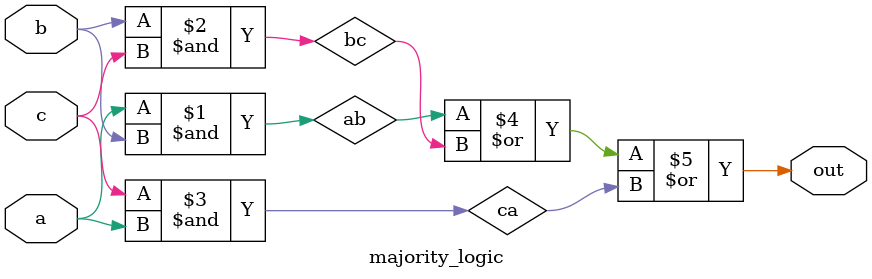
<source format=v>
module majority_logic(output out, input a, b, c);
    wire ab, bc, ca;

    and u1(ab, a, b);   
    and u2(bc, b, c);   
    and u3(ca, c, a);   
    or u4(out, ab, bc, ca); 

    //This module outputs a 1 iff at least 2 of the inputs are 1s
endmodule

</source>
